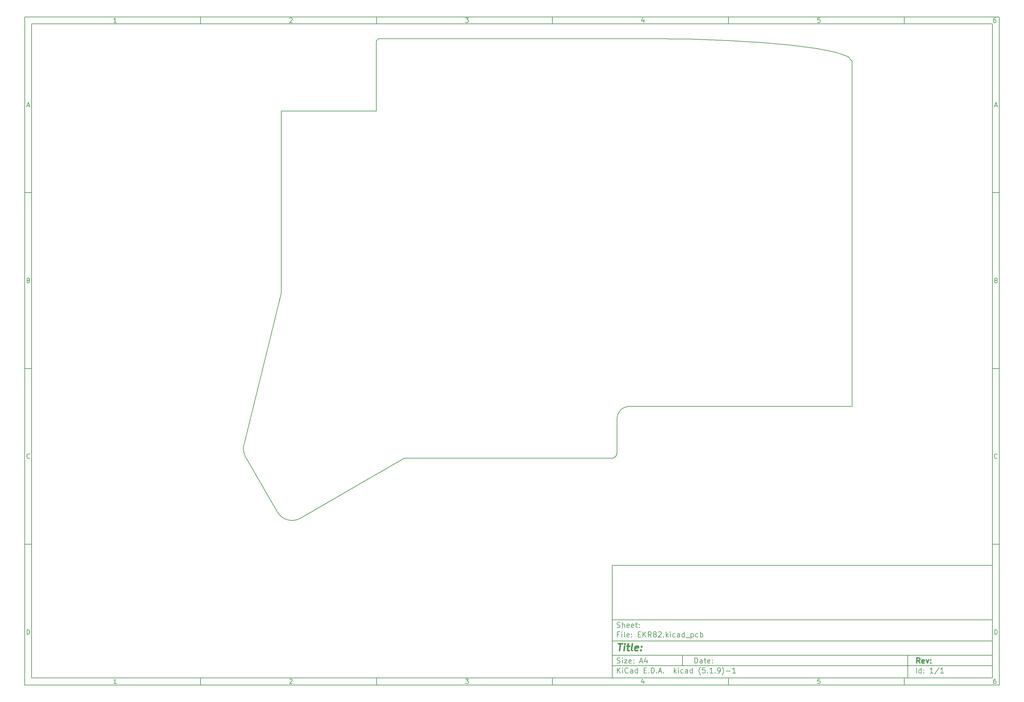
<source format=gm1>
G04 #@! TF.GenerationSoftware,KiCad,Pcbnew,(5.1.9)-1*
G04 #@! TF.CreationDate,2021-06-16T13:37:58+02:00*
G04 #@! TF.ProjectId,EKR82,454b5238-322e-46b6-9963-61645f706362,rev?*
G04 #@! TF.SameCoordinates,Original*
G04 #@! TF.FileFunction,Profile,NP*
%FSLAX46Y46*%
G04 Gerber Fmt 4.6, Leading zero omitted, Abs format (unit mm)*
G04 Created by KiCad (PCBNEW (5.1.9)-1) date 2021-06-16 13:37:58*
%MOMM*%
%LPD*%
G01*
G04 APERTURE LIST*
%ADD10C,0.100000*%
%ADD11C,0.150000*%
%ADD12C,0.300000*%
%ADD13C,0.400000*%
G04 #@! TA.AperFunction,Profile*
%ADD14C,0.150000*%
G04 #@! TD*
G04 #@! TA.AperFunction,Profile*
%ADD15C,0.200000*%
G04 #@! TD*
G04 APERTURE END LIST*
D10*
D11*
X177002200Y-166007200D02*
X177002200Y-198007200D01*
X285002200Y-198007200D01*
X285002200Y-166007200D01*
X177002200Y-166007200D01*
D10*
D11*
X10000000Y-10000000D02*
X10000000Y-200007200D01*
X287002200Y-200007200D01*
X287002200Y-10000000D01*
X10000000Y-10000000D01*
D10*
D11*
X12000000Y-12000000D02*
X12000000Y-198007200D01*
X285002200Y-198007200D01*
X285002200Y-12000000D01*
X12000000Y-12000000D01*
D10*
D11*
X60000000Y-12000000D02*
X60000000Y-10000000D01*
D10*
D11*
X110000000Y-12000000D02*
X110000000Y-10000000D01*
D10*
D11*
X160000000Y-12000000D02*
X160000000Y-10000000D01*
D10*
D11*
X210000000Y-12000000D02*
X210000000Y-10000000D01*
D10*
D11*
X260000000Y-12000000D02*
X260000000Y-10000000D01*
D10*
D11*
X36065476Y-11588095D02*
X35322619Y-11588095D01*
X35694047Y-11588095D02*
X35694047Y-10288095D01*
X35570238Y-10473809D01*
X35446428Y-10597619D01*
X35322619Y-10659523D01*
D10*
D11*
X85322619Y-10411904D02*
X85384523Y-10350000D01*
X85508333Y-10288095D01*
X85817857Y-10288095D01*
X85941666Y-10350000D01*
X86003571Y-10411904D01*
X86065476Y-10535714D01*
X86065476Y-10659523D01*
X86003571Y-10845238D01*
X85260714Y-11588095D01*
X86065476Y-11588095D01*
D10*
D11*
X135260714Y-10288095D02*
X136065476Y-10288095D01*
X135632142Y-10783333D01*
X135817857Y-10783333D01*
X135941666Y-10845238D01*
X136003571Y-10907142D01*
X136065476Y-11030952D01*
X136065476Y-11340476D01*
X136003571Y-11464285D01*
X135941666Y-11526190D01*
X135817857Y-11588095D01*
X135446428Y-11588095D01*
X135322619Y-11526190D01*
X135260714Y-11464285D01*
D10*
D11*
X185941666Y-10721428D02*
X185941666Y-11588095D01*
X185632142Y-10226190D02*
X185322619Y-11154761D01*
X186127380Y-11154761D01*
D10*
D11*
X236003571Y-10288095D02*
X235384523Y-10288095D01*
X235322619Y-10907142D01*
X235384523Y-10845238D01*
X235508333Y-10783333D01*
X235817857Y-10783333D01*
X235941666Y-10845238D01*
X236003571Y-10907142D01*
X236065476Y-11030952D01*
X236065476Y-11340476D01*
X236003571Y-11464285D01*
X235941666Y-11526190D01*
X235817857Y-11588095D01*
X235508333Y-11588095D01*
X235384523Y-11526190D01*
X235322619Y-11464285D01*
D10*
D11*
X285941666Y-10288095D02*
X285694047Y-10288095D01*
X285570238Y-10350000D01*
X285508333Y-10411904D01*
X285384523Y-10597619D01*
X285322619Y-10845238D01*
X285322619Y-11340476D01*
X285384523Y-11464285D01*
X285446428Y-11526190D01*
X285570238Y-11588095D01*
X285817857Y-11588095D01*
X285941666Y-11526190D01*
X286003571Y-11464285D01*
X286065476Y-11340476D01*
X286065476Y-11030952D01*
X286003571Y-10907142D01*
X285941666Y-10845238D01*
X285817857Y-10783333D01*
X285570238Y-10783333D01*
X285446428Y-10845238D01*
X285384523Y-10907142D01*
X285322619Y-11030952D01*
D10*
D11*
X60000000Y-198007200D02*
X60000000Y-200007200D01*
D10*
D11*
X110000000Y-198007200D02*
X110000000Y-200007200D01*
D10*
D11*
X160000000Y-198007200D02*
X160000000Y-200007200D01*
D10*
D11*
X210000000Y-198007200D02*
X210000000Y-200007200D01*
D10*
D11*
X260000000Y-198007200D02*
X260000000Y-200007200D01*
D10*
D11*
X36065476Y-199595295D02*
X35322619Y-199595295D01*
X35694047Y-199595295D02*
X35694047Y-198295295D01*
X35570238Y-198481009D01*
X35446428Y-198604819D01*
X35322619Y-198666723D01*
D10*
D11*
X85322619Y-198419104D02*
X85384523Y-198357200D01*
X85508333Y-198295295D01*
X85817857Y-198295295D01*
X85941666Y-198357200D01*
X86003571Y-198419104D01*
X86065476Y-198542914D01*
X86065476Y-198666723D01*
X86003571Y-198852438D01*
X85260714Y-199595295D01*
X86065476Y-199595295D01*
D10*
D11*
X135260714Y-198295295D02*
X136065476Y-198295295D01*
X135632142Y-198790533D01*
X135817857Y-198790533D01*
X135941666Y-198852438D01*
X136003571Y-198914342D01*
X136065476Y-199038152D01*
X136065476Y-199347676D01*
X136003571Y-199471485D01*
X135941666Y-199533390D01*
X135817857Y-199595295D01*
X135446428Y-199595295D01*
X135322619Y-199533390D01*
X135260714Y-199471485D01*
D10*
D11*
X185941666Y-198728628D02*
X185941666Y-199595295D01*
X185632142Y-198233390D02*
X185322619Y-199161961D01*
X186127380Y-199161961D01*
D10*
D11*
X236003571Y-198295295D02*
X235384523Y-198295295D01*
X235322619Y-198914342D01*
X235384523Y-198852438D01*
X235508333Y-198790533D01*
X235817857Y-198790533D01*
X235941666Y-198852438D01*
X236003571Y-198914342D01*
X236065476Y-199038152D01*
X236065476Y-199347676D01*
X236003571Y-199471485D01*
X235941666Y-199533390D01*
X235817857Y-199595295D01*
X235508333Y-199595295D01*
X235384523Y-199533390D01*
X235322619Y-199471485D01*
D10*
D11*
X285941666Y-198295295D02*
X285694047Y-198295295D01*
X285570238Y-198357200D01*
X285508333Y-198419104D01*
X285384523Y-198604819D01*
X285322619Y-198852438D01*
X285322619Y-199347676D01*
X285384523Y-199471485D01*
X285446428Y-199533390D01*
X285570238Y-199595295D01*
X285817857Y-199595295D01*
X285941666Y-199533390D01*
X286003571Y-199471485D01*
X286065476Y-199347676D01*
X286065476Y-199038152D01*
X286003571Y-198914342D01*
X285941666Y-198852438D01*
X285817857Y-198790533D01*
X285570238Y-198790533D01*
X285446428Y-198852438D01*
X285384523Y-198914342D01*
X285322619Y-199038152D01*
D10*
D11*
X10000000Y-60000000D02*
X12000000Y-60000000D01*
D10*
D11*
X10000000Y-110000000D02*
X12000000Y-110000000D01*
D10*
D11*
X10000000Y-160000000D02*
X12000000Y-160000000D01*
D10*
D11*
X10690476Y-35216666D02*
X11309523Y-35216666D01*
X10566666Y-35588095D02*
X11000000Y-34288095D01*
X11433333Y-35588095D01*
D10*
D11*
X11092857Y-84907142D02*
X11278571Y-84969047D01*
X11340476Y-85030952D01*
X11402380Y-85154761D01*
X11402380Y-85340476D01*
X11340476Y-85464285D01*
X11278571Y-85526190D01*
X11154761Y-85588095D01*
X10659523Y-85588095D01*
X10659523Y-84288095D01*
X11092857Y-84288095D01*
X11216666Y-84350000D01*
X11278571Y-84411904D01*
X11340476Y-84535714D01*
X11340476Y-84659523D01*
X11278571Y-84783333D01*
X11216666Y-84845238D01*
X11092857Y-84907142D01*
X10659523Y-84907142D01*
D10*
D11*
X11402380Y-135464285D02*
X11340476Y-135526190D01*
X11154761Y-135588095D01*
X11030952Y-135588095D01*
X10845238Y-135526190D01*
X10721428Y-135402380D01*
X10659523Y-135278571D01*
X10597619Y-135030952D01*
X10597619Y-134845238D01*
X10659523Y-134597619D01*
X10721428Y-134473809D01*
X10845238Y-134350000D01*
X11030952Y-134288095D01*
X11154761Y-134288095D01*
X11340476Y-134350000D01*
X11402380Y-134411904D01*
D10*
D11*
X10659523Y-185588095D02*
X10659523Y-184288095D01*
X10969047Y-184288095D01*
X11154761Y-184350000D01*
X11278571Y-184473809D01*
X11340476Y-184597619D01*
X11402380Y-184845238D01*
X11402380Y-185030952D01*
X11340476Y-185278571D01*
X11278571Y-185402380D01*
X11154761Y-185526190D01*
X10969047Y-185588095D01*
X10659523Y-185588095D01*
D10*
D11*
X287002200Y-60000000D02*
X285002200Y-60000000D01*
D10*
D11*
X287002200Y-110000000D02*
X285002200Y-110000000D01*
D10*
D11*
X287002200Y-160000000D02*
X285002200Y-160000000D01*
D10*
D11*
X285692676Y-35216666D02*
X286311723Y-35216666D01*
X285568866Y-35588095D02*
X286002200Y-34288095D01*
X286435533Y-35588095D01*
D10*
D11*
X286095057Y-84907142D02*
X286280771Y-84969047D01*
X286342676Y-85030952D01*
X286404580Y-85154761D01*
X286404580Y-85340476D01*
X286342676Y-85464285D01*
X286280771Y-85526190D01*
X286156961Y-85588095D01*
X285661723Y-85588095D01*
X285661723Y-84288095D01*
X286095057Y-84288095D01*
X286218866Y-84350000D01*
X286280771Y-84411904D01*
X286342676Y-84535714D01*
X286342676Y-84659523D01*
X286280771Y-84783333D01*
X286218866Y-84845238D01*
X286095057Y-84907142D01*
X285661723Y-84907142D01*
D10*
D11*
X286404580Y-135464285D02*
X286342676Y-135526190D01*
X286156961Y-135588095D01*
X286033152Y-135588095D01*
X285847438Y-135526190D01*
X285723628Y-135402380D01*
X285661723Y-135278571D01*
X285599819Y-135030952D01*
X285599819Y-134845238D01*
X285661723Y-134597619D01*
X285723628Y-134473809D01*
X285847438Y-134350000D01*
X286033152Y-134288095D01*
X286156961Y-134288095D01*
X286342676Y-134350000D01*
X286404580Y-134411904D01*
D10*
D11*
X285661723Y-185588095D02*
X285661723Y-184288095D01*
X285971247Y-184288095D01*
X286156961Y-184350000D01*
X286280771Y-184473809D01*
X286342676Y-184597619D01*
X286404580Y-184845238D01*
X286404580Y-185030952D01*
X286342676Y-185278571D01*
X286280771Y-185402380D01*
X286156961Y-185526190D01*
X285971247Y-185588095D01*
X285661723Y-185588095D01*
D10*
D11*
X200434342Y-193785771D02*
X200434342Y-192285771D01*
X200791485Y-192285771D01*
X201005771Y-192357200D01*
X201148628Y-192500057D01*
X201220057Y-192642914D01*
X201291485Y-192928628D01*
X201291485Y-193142914D01*
X201220057Y-193428628D01*
X201148628Y-193571485D01*
X201005771Y-193714342D01*
X200791485Y-193785771D01*
X200434342Y-193785771D01*
X202577200Y-193785771D02*
X202577200Y-193000057D01*
X202505771Y-192857200D01*
X202362914Y-192785771D01*
X202077200Y-192785771D01*
X201934342Y-192857200D01*
X202577200Y-193714342D02*
X202434342Y-193785771D01*
X202077200Y-193785771D01*
X201934342Y-193714342D01*
X201862914Y-193571485D01*
X201862914Y-193428628D01*
X201934342Y-193285771D01*
X202077200Y-193214342D01*
X202434342Y-193214342D01*
X202577200Y-193142914D01*
X203077200Y-192785771D02*
X203648628Y-192785771D01*
X203291485Y-192285771D02*
X203291485Y-193571485D01*
X203362914Y-193714342D01*
X203505771Y-193785771D01*
X203648628Y-193785771D01*
X204720057Y-193714342D02*
X204577200Y-193785771D01*
X204291485Y-193785771D01*
X204148628Y-193714342D01*
X204077200Y-193571485D01*
X204077200Y-193000057D01*
X204148628Y-192857200D01*
X204291485Y-192785771D01*
X204577200Y-192785771D01*
X204720057Y-192857200D01*
X204791485Y-193000057D01*
X204791485Y-193142914D01*
X204077200Y-193285771D01*
X205434342Y-193642914D02*
X205505771Y-193714342D01*
X205434342Y-193785771D01*
X205362914Y-193714342D01*
X205434342Y-193642914D01*
X205434342Y-193785771D01*
X205434342Y-192857200D02*
X205505771Y-192928628D01*
X205434342Y-193000057D01*
X205362914Y-192928628D01*
X205434342Y-192857200D01*
X205434342Y-193000057D01*
D10*
D11*
X177002200Y-194507200D02*
X285002200Y-194507200D01*
D10*
D11*
X178434342Y-196585771D02*
X178434342Y-195085771D01*
X179291485Y-196585771D02*
X178648628Y-195728628D01*
X179291485Y-195085771D02*
X178434342Y-195942914D01*
X179934342Y-196585771D02*
X179934342Y-195585771D01*
X179934342Y-195085771D02*
X179862914Y-195157200D01*
X179934342Y-195228628D01*
X180005771Y-195157200D01*
X179934342Y-195085771D01*
X179934342Y-195228628D01*
X181505771Y-196442914D02*
X181434342Y-196514342D01*
X181220057Y-196585771D01*
X181077200Y-196585771D01*
X180862914Y-196514342D01*
X180720057Y-196371485D01*
X180648628Y-196228628D01*
X180577200Y-195942914D01*
X180577200Y-195728628D01*
X180648628Y-195442914D01*
X180720057Y-195300057D01*
X180862914Y-195157200D01*
X181077200Y-195085771D01*
X181220057Y-195085771D01*
X181434342Y-195157200D01*
X181505771Y-195228628D01*
X182791485Y-196585771D02*
X182791485Y-195800057D01*
X182720057Y-195657200D01*
X182577200Y-195585771D01*
X182291485Y-195585771D01*
X182148628Y-195657200D01*
X182791485Y-196514342D02*
X182648628Y-196585771D01*
X182291485Y-196585771D01*
X182148628Y-196514342D01*
X182077200Y-196371485D01*
X182077200Y-196228628D01*
X182148628Y-196085771D01*
X182291485Y-196014342D01*
X182648628Y-196014342D01*
X182791485Y-195942914D01*
X184148628Y-196585771D02*
X184148628Y-195085771D01*
X184148628Y-196514342D02*
X184005771Y-196585771D01*
X183720057Y-196585771D01*
X183577200Y-196514342D01*
X183505771Y-196442914D01*
X183434342Y-196300057D01*
X183434342Y-195871485D01*
X183505771Y-195728628D01*
X183577200Y-195657200D01*
X183720057Y-195585771D01*
X184005771Y-195585771D01*
X184148628Y-195657200D01*
X186005771Y-195800057D02*
X186505771Y-195800057D01*
X186720057Y-196585771D02*
X186005771Y-196585771D01*
X186005771Y-195085771D01*
X186720057Y-195085771D01*
X187362914Y-196442914D02*
X187434342Y-196514342D01*
X187362914Y-196585771D01*
X187291485Y-196514342D01*
X187362914Y-196442914D01*
X187362914Y-196585771D01*
X188077200Y-196585771D02*
X188077200Y-195085771D01*
X188434342Y-195085771D01*
X188648628Y-195157200D01*
X188791485Y-195300057D01*
X188862914Y-195442914D01*
X188934342Y-195728628D01*
X188934342Y-195942914D01*
X188862914Y-196228628D01*
X188791485Y-196371485D01*
X188648628Y-196514342D01*
X188434342Y-196585771D01*
X188077200Y-196585771D01*
X189577200Y-196442914D02*
X189648628Y-196514342D01*
X189577200Y-196585771D01*
X189505771Y-196514342D01*
X189577200Y-196442914D01*
X189577200Y-196585771D01*
X190220057Y-196157200D02*
X190934342Y-196157200D01*
X190077200Y-196585771D02*
X190577200Y-195085771D01*
X191077200Y-196585771D01*
X191577200Y-196442914D02*
X191648628Y-196514342D01*
X191577200Y-196585771D01*
X191505771Y-196514342D01*
X191577200Y-196442914D01*
X191577200Y-196585771D01*
X194577200Y-196585771D02*
X194577200Y-195085771D01*
X194720057Y-196014342D02*
X195148628Y-196585771D01*
X195148628Y-195585771D02*
X194577200Y-196157200D01*
X195791485Y-196585771D02*
X195791485Y-195585771D01*
X195791485Y-195085771D02*
X195720057Y-195157200D01*
X195791485Y-195228628D01*
X195862914Y-195157200D01*
X195791485Y-195085771D01*
X195791485Y-195228628D01*
X197148628Y-196514342D02*
X197005771Y-196585771D01*
X196720057Y-196585771D01*
X196577200Y-196514342D01*
X196505771Y-196442914D01*
X196434342Y-196300057D01*
X196434342Y-195871485D01*
X196505771Y-195728628D01*
X196577200Y-195657200D01*
X196720057Y-195585771D01*
X197005771Y-195585771D01*
X197148628Y-195657200D01*
X198434342Y-196585771D02*
X198434342Y-195800057D01*
X198362914Y-195657200D01*
X198220057Y-195585771D01*
X197934342Y-195585771D01*
X197791485Y-195657200D01*
X198434342Y-196514342D02*
X198291485Y-196585771D01*
X197934342Y-196585771D01*
X197791485Y-196514342D01*
X197720057Y-196371485D01*
X197720057Y-196228628D01*
X197791485Y-196085771D01*
X197934342Y-196014342D01*
X198291485Y-196014342D01*
X198434342Y-195942914D01*
X199791485Y-196585771D02*
X199791485Y-195085771D01*
X199791485Y-196514342D02*
X199648628Y-196585771D01*
X199362914Y-196585771D01*
X199220057Y-196514342D01*
X199148628Y-196442914D01*
X199077200Y-196300057D01*
X199077200Y-195871485D01*
X199148628Y-195728628D01*
X199220057Y-195657200D01*
X199362914Y-195585771D01*
X199648628Y-195585771D01*
X199791485Y-195657200D01*
X202077200Y-197157200D02*
X202005771Y-197085771D01*
X201862914Y-196871485D01*
X201791485Y-196728628D01*
X201720057Y-196514342D01*
X201648628Y-196157200D01*
X201648628Y-195871485D01*
X201720057Y-195514342D01*
X201791485Y-195300057D01*
X201862914Y-195157200D01*
X202005771Y-194942914D01*
X202077200Y-194871485D01*
X203362914Y-195085771D02*
X202648628Y-195085771D01*
X202577200Y-195800057D01*
X202648628Y-195728628D01*
X202791485Y-195657200D01*
X203148628Y-195657200D01*
X203291485Y-195728628D01*
X203362914Y-195800057D01*
X203434342Y-195942914D01*
X203434342Y-196300057D01*
X203362914Y-196442914D01*
X203291485Y-196514342D01*
X203148628Y-196585771D01*
X202791485Y-196585771D01*
X202648628Y-196514342D01*
X202577200Y-196442914D01*
X204077200Y-196442914D02*
X204148628Y-196514342D01*
X204077200Y-196585771D01*
X204005771Y-196514342D01*
X204077200Y-196442914D01*
X204077200Y-196585771D01*
X205577200Y-196585771D02*
X204720057Y-196585771D01*
X205148628Y-196585771D02*
X205148628Y-195085771D01*
X205005771Y-195300057D01*
X204862914Y-195442914D01*
X204720057Y-195514342D01*
X206220057Y-196442914D02*
X206291485Y-196514342D01*
X206220057Y-196585771D01*
X206148628Y-196514342D01*
X206220057Y-196442914D01*
X206220057Y-196585771D01*
X207005771Y-196585771D02*
X207291485Y-196585771D01*
X207434342Y-196514342D01*
X207505771Y-196442914D01*
X207648628Y-196228628D01*
X207720057Y-195942914D01*
X207720057Y-195371485D01*
X207648628Y-195228628D01*
X207577200Y-195157200D01*
X207434342Y-195085771D01*
X207148628Y-195085771D01*
X207005771Y-195157200D01*
X206934342Y-195228628D01*
X206862914Y-195371485D01*
X206862914Y-195728628D01*
X206934342Y-195871485D01*
X207005771Y-195942914D01*
X207148628Y-196014342D01*
X207434342Y-196014342D01*
X207577200Y-195942914D01*
X207648628Y-195871485D01*
X207720057Y-195728628D01*
X208220057Y-197157200D02*
X208291485Y-197085771D01*
X208434342Y-196871485D01*
X208505771Y-196728628D01*
X208577200Y-196514342D01*
X208648628Y-196157200D01*
X208648628Y-195871485D01*
X208577200Y-195514342D01*
X208505771Y-195300057D01*
X208434342Y-195157200D01*
X208291485Y-194942914D01*
X208220057Y-194871485D01*
X209362914Y-196014342D02*
X210505771Y-196014342D01*
X212005771Y-196585771D02*
X211148628Y-196585771D01*
X211577200Y-196585771D02*
X211577200Y-195085771D01*
X211434342Y-195300057D01*
X211291485Y-195442914D01*
X211148628Y-195514342D01*
D10*
D11*
X177002200Y-191507200D02*
X285002200Y-191507200D01*
D10*
D12*
X264411485Y-193785771D02*
X263911485Y-193071485D01*
X263554342Y-193785771D02*
X263554342Y-192285771D01*
X264125771Y-192285771D01*
X264268628Y-192357200D01*
X264340057Y-192428628D01*
X264411485Y-192571485D01*
X264411485Y-192785771D01*
X264340057Y-192928628D01*
X264268628Y-193000057D01*
X264125771Y-193071485D01*
X263554342Y-193071485D01*
X265625771Y-193714342D02*
X265482914Y-193785771D01*
X265197200Y-193785771D01*
X265054342Y-193714342D01*
X264982914Y-193571485D01*
X264982914Y-193000057D01*
X265054342Y-192857200D01*
X265197200Y-192785771D01*
X265482914Y-192785771D01*
X265625771Y-192857200D01*
X265697200Y-193000057D01*
X265697200Y-193142914D01*
X264982914Y-193285771D01*
X266197200Y-192785771D02*
X266554342Y-193785771D01*
X266911485Y-192785771D01*
X267482914Y-193642914D02*
X267554342Y-193714342D01*
X267482914Y-193785771D01*
X267411485Y-193714342D01*
X267482914Y-193642914D01*
X267482914Y-193785771D01*
X267482914Y-192857200D02*
X267554342Y-192928628D01*
X267482914Y-193000057D01*
X267411485Y-192928628D01*
X267482914Y-192857200D01*
X267482914Y-193000057D01*
D10*
D11*
X178362914Y-193714342D02*
X178577200Y-193785771D01*
X178934342Y-193785771D01*
X179077200Y-193714342D01*
X179148628Y-193642914D01*
X179220057Y-193500057D01*
X179220057Y-193357200D01*
X179148628Y-193214342D01*
X179077200Y-193142914D01*
X178934342Y-193071485D01*
X178648628Y-193000057D01*
X178505771Y-192928628D01*
X178434342Y-192857200D01*
X178362914Y-192714342D01*
X178362914Y-192571485D01*
X178434342Y-192428628D01*
X178505771Y-192357200D01*
X178648628Y-192285771D01*
X179005771Y-192285771D01*
X179220057Y-192357200D01*
X179862914Y-193785771D02*
X179862914Y-192785771D01*
X179862914Y-192285771D02*
X179791485Y-192357200D01*
X179862914Y-192428628D01*
X179934342Y-192357200D01*
X179862914Y-192285771D01*
X179862914Y-192428628D01*
X180434342Y-192785771D02*
X181220057Y-192785771D01*
X180434342Y-193785771D01*
X181220057Y-193785771D01*
X182362914Y-193714342D02*
X182220057Y-193785771D01*
X181934342Y-193785771D01*
X181791485Y-193714342D01*
X181720057Y-193571485D01*
X181720057Y-193000057D01*
X181791485Y-192857200D01*
X181934342Y-192785771D01*
X182220057Y-192785771D01*
X182362914Y-192857200D01*
X182434342Y-193000057D01*
X182434342Y-193142914D01*
X181720057Y-193285771D01*
X183077200Y-193642914D02*
X183148628Y-193714342D01*
X183077200Y-193785771D01*
X183005771Y-193714342D01*
X183077200Y-193642914D01*
X183077200Y-193785771D01*
X183077200Y-192857200D02*
X183148628Y-192928628D01*
X183077200Y-193000057D01*
X183005771Y-192928628D01*
X183077200Y-192857200D01*
X183077200Y-193000057D01*
X184862914Y-193357200D02*
X185577200Y-193357200D01*
X184720057Y-193785771D02*
X185220057Y-192285771D01*
X185720057Y-193785771D01*
X186862914Y-192785771D02*
X186862914Y-193785771D01*
X186505771Y-192214342D02*
X186148628Y-193285771D01*
X187077200Y-193285771D01*
D10*
D11*
X263434342Y-196585771D02*
X263434342Y-195085771D01*
X264791485Y-196585771D02*
X264791485Y-195085771D01*
X264791485Y-196514342D02*
X264648628Y-196585771D01*
X264362914Y-196585771D01*
X264220057Y-196514342D01*
X264148628Y-196442914D01*
X264077200Y-196300057D01*
X264077200Y-195871485D01*
X264148628Y-195728628D01*
X264220057Y-195657200D01*
X264362914Y-195585771D01*
X264648628Y-195585771D01*
X264791485Y-195657200D01*
X265505771Y-196442914D02*
X265577200Y-196514342D01*
X265505771Y-196585771D01*
X265434342Y-196514342D01*
X265505771Y-196442914D01*
X265505771Y-196585771D01*
X265505771Y-195657200D02*
X265577200Y-195728628D01*
X265505771Y-195800057D01*
X265434342Y-195728628D01*
X265505771Y-195657200D01*
X265505771Y-195800057D01*
X268148628Y-196585771D02*
X267291485Y-196585771D01*
X267720057Y-196585771D02*
X267720057Y-195085771D01*
X267577200Y-195300057D01*
X267434342Y-195442914D01*
X267291485Y-195514342D01*
X269862914Y-195014342D02*
X268577200Y-196942914D01*
X271148628Y-196585771D02*
X270291485Y-196585771D01*
X270720057Y-196585771D02*
X270720057Y-195085771D01*
X270577200Y-195300057D01*
X270434342Y-195442914D01*
X270291485Y-195514342D01*
D10*
D11*
X177002200Y-187507200D02*
X285002200Y-187507200D01*
D10*
D13*
X178714580Y-188211961D02*
X179857438Y-188211961D01*
X179036009Y-190211961D02*
X179286009Y-188211961D01*
X180274104Y-190211961D02*
X180440771Y-188878628D01*
X180524104Y-188211961D02*
X180416961Y-188307200D01*
X180500295Y-188402438D01*
X180607438Y-188307200D01*
X180524104Y-188211961D01*
X180500295Y-188402438D01*
X181107438Y-188878628D02*
X181869342Y-188878628D01*
X181476485Y-188211961D02*
X181262200Y-189926247D01*
X181333628Y-190116723D01*
X181512200Y-190211961D01*
X181702676Y-190211961D01*
X182655057Y-190211961D02*
X182476485Y-190116723D01*
X182405057Y-189926247D01*
X182619342Y-188211961D01*
X184190771Y-190116723D02*
X183988390Y-190211961D01*
X183607438Y-190211961D01*
X183428866Y-190116723D01*
X183357438Y-189926247D01*
X183452676Y-189164342D01*
X183571723Y-188973866D01*
X183774104Y-188878628D01*
X184155057Y-188878628D01*
X184333628Y-188973866D01*
X184405057Y-189164342D01*
X184381247Y-189354819D01*
X183405057Y-189545295D01*
X185155057Y-190021485D02*
X185238390Y-190116723D01*
X185131247Y-190211961D01*
X185047914Y-190116723D01*
X185155057Y-190021485D01*
X185131247Y-190211961D01*
X185286009Y-188973866D02*
X185369342Y-189069104D01*
X185262200Y-189164342D01*
X185178866Y-189069104D01*
X185286009Y-188973866D01*
X185262200Y-189164342D01*
D10*
D11*
X178934342Y-185600057D02*
X178434342Y-185600057D01*
X178434342Y-186385771D02*
X178434342Y-184885771D01*
X179148628Y-184885771D01*
X179720057Y-186385771D02*
X179720057Y-185385771D01*
X179720057Y-184885771D02*
X179648628Y-184957200D01*
X179720057Y-185028628D01*
X179791485Y-184957200D01*
X179720057Y-184885771D01*
X179720057Y-185028628D01*
X180648628Y-186385771D02*
X180505771Y-186314342D01*
X180434342Y-186171485D01*
X180434342Y-184885771D01*
X181791485Y-186314342D02*
X181648628Y-186385771D01*
X181362914Y-186385771D01*
X181220057Y-186314342D01*
X181148628Y-186171485D01*
X181148628Y-185600057D01*
X181220057Y-185457200D01*
X181362914Y-185385771D01*
X181648628Y-185385771D01*
X181791485Y-185457200D01*
X181862914Y-185600057D01*
X181862914Y-185742914D01*
X181148628Y-185885771D01*
X182505771Y-186242914D02*
X182577200Y-186314342D01*
X182505771Y-186385771D01*
X182434342Y-186314342D01*
X182505771Y-186242914D01*
X182505771Y-186385771D01*
X182505771Y-185457200D02*
X182577200Y-185528628D01*
X182505771Y-185600057D01*
X182434342Y-185528628D01*
X182505771Y-185457200D01*
X182505771Y-185600057D01*
X184362914Y-185600057D02*
X184862914Y-185600057D01*
X185077200Y-186385771D02*
X184362914Y-186385771D01*
X184362914Y-184885771D01*
X185077200Y-184885771D01*
X185720057Y-186385771D02*
X185720057Y-184885771D01*
X186577200Y-186385771D02*
X185934342Y-185528628D01*
X186577200Y-184885771D02*
X185720057Y-185742914D01*
X188077200Y-186385771D02*
X187577200Y-185671485D01*
X187220057Y-186385771D02*
X187220057Y-184885771D01*
X187791485Y-184885771D01*
X187934342Y-184957200D01*
X188005771Y-185028628D01*
X188077200Y-185171485D01*
X188077200Y-185385771D01*
X188005771Y-185528628D01*
X187934342Y-185600057D01*
X187791485Y-185671485D01*
X187220057Y-185671485D01*
X188934342Y-185528628D02*
X188791485Y-185457200D01*
X188720057Y-185385771D01*
X188648628Y-185242914D01*
X188648628Y-185171485D01*
X188720057Y-185028628D01*
X188791485Y-184957200D01*
X188934342Y-184885771D01*
X189220057Y-184885771D01*
X189362914Y-184957200D01*
X189434342Y-185028628D01*
X189505771Y-185171485D01*
X189505771Y-185242914D01*
X189434342Y-185385771D01*
X189362914Y-185457200D01*
X189220057Y-185528628D01*
X188934342Y-185528628D01*
X188791485Y-185600057D01*
X188720057Y-185671485D01*
X188648628Y-185814342D01*
X188648628Y-186100057D01*
X188720057Y-186242914D01*
X188791485Y-186314342D01*
X188934342Y-186385771D01*
X189220057Y-186385771D01*
X189362914Y-186314342D01*
X189434342Y-186242914D01*
X189505771Y-186100057D01*
X189505771Y-185814342D01*
X189434342Y-185671485D01*
X189362914Y-185600057D01*
X189220057Y-185528628D01*
X190077200Y-185028628D02*
X190148628Y-184957200D01*
X190291485Y-184885771D01*
X190648628Y-184885771D01*
X190791485Y-184957200D01*
X190862914Y-185028628D01*
X190934342Y-185171485D01*
X190934342Y-185314342D01*
X190862914Y-185528628D01*
X190005771Y-186385771D01*
X190934342Y-186385771D01*
X191577200Y-186242914D02*
X191648628Y-186314342D01*
X191577200Y-186385771D01*
X191505771Y-186314342D01*
X191577200Y-186242914D01*
X191577200Y-186385771D01*
X192291485Y-186385771D02*
X192291485Y-184885771D01*
X192434342Y-185814342D02*
X192862914Y-186385771D01*
X192862914Y-185385771D02*
X192291485Y-185957200D01*
X193505771Y-186385771D02*
X193505771Y-185385771D01*
X193505771Y-184885771D02*
X193434342Y-184957200D01*
X193505771Y-185028628D01*
X193577200Y-184957200D01*
X193505771Y-184885771D01*
X193505771Y-185028628D01*
X194862914Y-186314342D02*
X194720057Y-186385771D01*
X194434342Y-186385771D01*
X194291485Y-186314342D01*
X194220057Y-186242914D01*
X194148628Y-186100057D01*
X194148628Y-185671485D01*
X194220057Y-185528628D01*
X194291485Y-185457200D01*
X194434342Y-185385771D01*
X194720057Y-185385771D01*
X194862914Y-185457200D01*
X196148628Y-186385771D02*
X196148628Y-185600057D01*
X196077200Y-185457200D01*
X195934342Y-185385771D01*
X195648628Y-185385771D01*
X195505771Y-185457200D01*
X196148628Y-186314342D02*
X196005771Y-186385771D01*
X195648628Y-186385771D01*
X195505771Y-186314342D01*
X195434342Y-186171485D01*
X195434342Y-186028628D01*
X195505771Y-185885771D01*
X195648628Y-185814342D01*
X196005771Y-185814342D01*
X196148628Y-185742914D01*
X197505771Y-186385771D02*
X197505771Y-184885771D01*
X197505771Y-186314342D02*
X197362914Y-186385771D01*
X197077200Y-186385771D01*
X196934342Y-186314342D01*
X196862914Y-186242914D01*
X196791485Y-186100057D01*
X196791485Y-185671485D01*
X196862914Y-185528628D01*
X196934342Y-185457200D01*
X197077200Y-185385771D01*
X197362914Y-185385771D01*
X197505771Y-185457200D01*
X197862914Y-186528628D02*
X199005771Y-186528628D01*
X199362914Y-185385771D02*
X199362914Y-186885771D01*
X199362914Y-185457200D02*
X199505771Y-185385771D01*
X199791485Y-185385771D01*
X199934342Y-185457200D01*
X200005771Y-185528628D01*
X200077200Y-185671485D01*
X200077200Y-186100057D01*
X200005771Y-186242914D01*
X199934342Y-186314342D01*
X199791485Y-186385771D01*
X199505771Y-186385771D01*
X199362914Y-186314342D01*
X201362914Y-186314342D02*
X201220057Y-186385771D01*
X200934342Y-186385771D01*
X200791485Y-186314342D01*
X200720057Y-186242914D01*
X200648628Y-186100057D01*
X200648628Y-185671485D01*
X200720057Y-185528628D01*
X200791485Y-185457200D01*
X200934342Y-185385771D01*
X201220057Y-185385771D01*
X201362914Y-185457200D01*
X202005771Y-186385771D02*
X202005771Y-184885771D01*
X202005771Y-185457200D02*
X202148628Y-185385771D01*
X202434342Y-185385771D01*
X202577200Y-185457200D01*
X202648628Y-185528628D01*
X202720057Y-185671485D01*
X202720057Y-186100057D01*
X202648628Y-186242914D01*
X202577200Y-186314342D01*
X202434342Y-186385771D01*
X202148628Y-186385771D01*
X202005771Y-186314342D01*
D10*
D11*
X177002200Y-181507200D02*
X285002200Y-181507200D01*
D10*
D11*
X178362914Y-183614342D02*
X178577200Y-183685771D01*
X178934342Y-183685771D01*
X179077200Y-183614342D01*
X179148628Y-183542914D01*
X179220057Y-183400057D01*
X179220057Y-183257200D01*
X179148628Y-183114342D01*
X179077200Y-183042914D01*
X178934342Y-182971485D01*
X178648628Y-182900057D01*
X178505771Y-182828628D01*
X178434342Y-182757200D01*
X178362914Y-182614342D01*
X178362914Y-182471485D01*
X178434342Y-182328628D01*
X178505771Y-182257200D01*
X178648628Y-182185771D01*
X179005771Y-182185771D01*
X179220057Y-182257200D01*
X179862914Y-183685771D02*
X179862914Y-182185771D01*
X180505771Y-183685771D02*
X180505771Y-182900057D01*
X180434342Y-182757200D01*
X180291485Y-182685771D01*
X180077200Y-182685771D01*
X179934342Y-182757200D01*
X179862914Y-182828628D01*
X181791485Y-183614342D02*
X181648628Y-183685771D01*
X181362914Y-183685771D01*
X181220057Y-183614342D01*
X181148628Y-183471485D01*
X181148628Y-182900057D01*
X181220057Y-182757200D01*
X181362914Y-182685771D01*
X181648628Y-182685771D01*
X181791485Y-182757200D01*
X181862914Y-182900057D01*
X181862914Y-183042914D01*
X181148628Y-183185771D01*
X183077200Y-183614342D02*
X182934342Y-183685771D01*
X182648628Y-183685771D01*
X182505771Y-183614342D01*
X182434342Y-183471485D01*
X182434342Y-182900057D01*
X182505771Y-182757200D01*
X182648628Y-182685771D01*
X182934342Y-182685771D01*
X183077200Y-182757200D01*
X183148628Y-182900057D01*
X183148628Y-183042914D01*
X182434342Y-183185771D01*
X183577200Y-182685771D02*
X184148628Y-182685771D01*
X183791485Y-182185771D02*
X183791485Y-183471485D01*
X183862914Y-183614342D01*
X184005771Y-183685771D01*
X184148628Y-183685771D01*
X184648628Y-183542914D02*
X184720057Y-183614342D01*
X184648628Y-183685771D01*
X184577200Y-183614342D01*
X184648628Y-183542914D01*
X184648628Y-183685771D01*
X184648628Y-182757200D02*
X184720057Y-182828628D01*
X184648628Y-182900057D01*
X184577200Y-182828628D01*
X184648628Y-182757200D01*
X184648628Y-182900057D01*
D10*
D11*
X197002200Y-191507200D02*
X197002200Y-194507200D01*
D10*
D11*
X261002200Y-191507200D02*
X261002200Y-198007200D01*
D14*
X72674503Y-134960305D02*
G75*
G02*
X72175000Y-132325000I4376397J2194505D01*
G01*
X88345583Y-152620389D02*
G75*
G02*
X81699101Y-150634699I-2328483J4322489D01*
G01*
X72674503Y-134960305D02*
X81699101Y-150634699D01*
X104456758Y-143271756D02*
X88345583Y-152620389D01*
X245120000Y-120789735D02*
X245120000Y-22546755D01*
X223959999Y-120789735D02*
X245120000Y-120789735D01*
X109898210Y-36780000D02*
X109898210Y-17246762D01*
X82940000Y-36780000D02*
X109898210Y-36780000D01*
X82937528Y-38136762D02*
X82940000Y-36780000D01*
D15*
X240549319Y-20073847D02*
X235185697Y-18995159D01*
X235185697Y-18995159D02*
X228080758Y-18055561D01*
X116186619Y-136480784D02*
X117862313Y-135510645D01*
X114510925Y-137450923D02*
X116186619Y-136480784D01*
X82937528Y-50750629D02*
X82937528Y-44443695D01*
X82937528Y-57057562D02*
X82937528Y-50750629D01*
X142171711Y-16196762D02*
X131763877Y-16196762D01*
X218692418Y-120789735D02*
X223959999Y-120789735D01*
X213424836Y-120789735D02*
X218692418Y-120789735D01*
X208157255Y-120789735D02*
X213424836Y-120789735D01*
X202889673Y-120789735D02*
X208157255Y-120789735D01*
X197622092Y-120789735D02*
X202889673Y-120789735D01*
X192354511Y-120789735D02*
X197622092Y-120789735D01*
X187086929Y-120789735D02*
X192354511Y-120789735D01*
X181819348Y-120789735D02*
X187086929Y-120789735D01*
X181113524Y-120860778D02*
X181819348Y-120789735D01*
X180456326Y-121064561D02*
X181113524Y-120860778D01*
X179861773Y-121387065D02*
X180456326Y-121064561D01*
X179343884Y-121814271D02*
X179861773Y-121387065D01*
X178916678Y-122332160D02*
X179343884Y-121814271D01*
X178594174Y-122926713D02*
X178916678Y-122332160D01*
X178390391Y-123583911D02*
X178594174Y-122926713D01*
X178319348Y-124289735D02*
X178390391Y-123583911D01*
X219467654Y-17280488D02*
X209579538Y-16695374D01*
X228080758Y-18055561D02*
X219467654Y-17280488D01*
X198649563Y-16325654D02*
X186910881Y-16196762D01*
X209579538Y-16695374D02*
X198649563Y-16325654D01*
X177658308Y-135255660D02*
X177403500Y-135393876D01*
X177880261Y-135072571D02*
X177658308Y-135255660D01*
X178063349Y-134850619D02*
X177880261Y-135072571D01*
X178201565Y-134595810D02*
X178063349Y-134850619D01*
X178288901Y-134314154D02*
X178201565Y-134595810D01*
X178319348Y-134034052D02*
X178288901Y-134314154D01*
X82937528Y-69671429D02*
X82937528Y-63364495D01*
X82937528Y-75978362D02*
X82937528Y-69671429D01*
X82937528Y-82285296D02*
X82937528Y-75978362D01*
X82937528Y-88592229D02*
X82937528Y-82285296D01*
X131763877Y-16196762D02*
X121356044Y-16196762D01*
X152579545Y-16196762D02*
X142171711Y-16196762D01*
X162987379Y-16196762D02*
X152579545Y-16196762D01*
X173395213Y-16196762D02*
X162987379Y-16196762D01*
X186910881Y-16196762D02*
X173395213Y-16196762D01*
X110360937Y-16375961D02*
X110539303Y-16279210D01*
X110205570Y-16504123D02*
X110360937Y-16375961D01*
X110077409Y-16659489D02*
X110205570Y-16504123D01*
X109980657Y-16837855D02*
X110077409Y-16659489D01*
X109919523Y-17035015D02*
X109980657Y-16837855D01*
X109898210Y-17246762D02*
X109919523Y-17035015D01*
X110736462Y-16218075D02*
X110948210Y-16196762D01*
X110539303Y-16279210D02*
X110736462Y-16218075D01*
X121356044Y-16196762D02*
X110948210Y-16196762D01*
X82937528Y-63364495D02*
X82937528Y-57057562D01*
X82937528Y-44443695D02*
X82937528Y-38136762D01*
X82937777Y-88592317D02*
X72175000Y-132325000D01*
X112835230Y-138421062D02*
X114510925Y-137450923D01*
X111159536Y-139391201D02*
X112835230Y-138421062D01*
X109483841Y-140361340D02*
X111159536Y-139391201D01*
X107808147Y-141331479D02*
X109483841Y-140361340D01*
X106132452Y-142301617D02*
X107808147Y-141331479D01*
X104456758Y-143271756D02*
X106132452Y-142301617D01*
X169449826Y-135511658D02*
X176819348Y-135511658D01*
X162080304Y-135511658D02*
X169449826Y-135511658D01*
X154710782Y-135511658D02*
X162080304Y-135511658D01*
X147341260Y-135511658D02*
X154710782Y-135511658D01*
X139971738Y-135511658D02*
X147341260Y-135511658D01*
X132602217Y-135511658D02*
X139971738Y-135511658D01*
X125232695Y-135511658D02*
X132602217Y-135511658D01*
X117863173Y-135511658D02*
X125232695Y-135511658D01*
X178319348Y-132816013D02*
X178319348Y-134034052D01*
X178319348Y-131597973D02*
X178319348Y-132816013D01*
X178319348Y-130379933D02*
X178319348Y-131597973D01*
X178319348Y-129161894D02*
X178319348Y-130379933D01*
X178319348Y-127943854D02*
X178319348Y-129161894D01*
X178319348Y-126725814D02*
X178319348Y-127943854D01*
X178319348Y-125507775D02*
X178319348Y-126725814D01*
X178319348Y-124289735D02*
X178319348Y-125507775D01*
X177121844Y-135481211D02*
X176819348Y-135511658D01*
X177403500Y-135393876D02*
X177121844Y-135481211D01*
X243938471Y-21266190D02*
X240549319Y-20073847D01*
X245120000Y-22546755D02*
X243938471Y-21266190D01*
M02*

</source>
